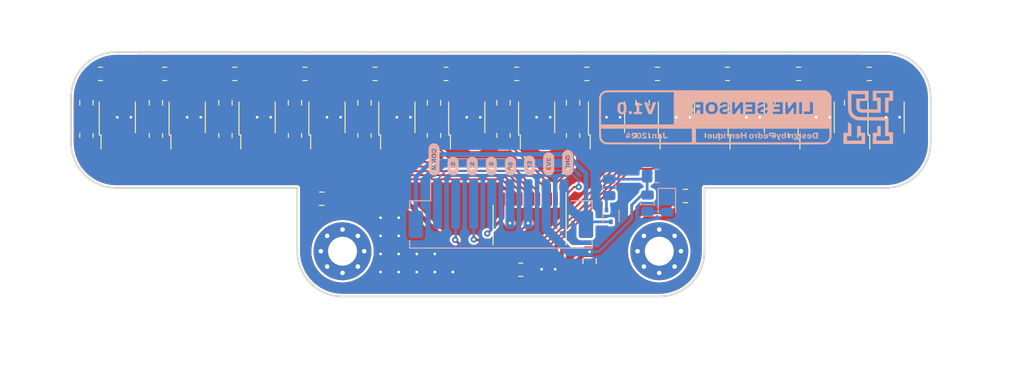
<source format=kicad_pcb>
(kicad_pcb (version 20240108) (generator "pcbnew") (generator_version "8.0")
  (layers (0 "F.Cu" signal) (31 "B.Cu" signal) (34 "B.Paste" user) (35 "F.Paste" user) (36 "B.SilkS" user "B.Silkscreen") (37 "F.SilkS" user "F.Silkscreen") (38 "B.Mask" user) (39 "F.Mask" user) (44 "Edge.Cuts" user))
  (net 0 "")
  (net 1 "+3V3")
  (net 2 "GND")
  (net 3 "/EN")
  (net 4 "/COMM")
  (net 5 "Net-(U1-A)")
  (net 6 "/S1")
  (net 7 "Net-(U101-A)")
  (net 8 "/S2")
  (net 9 "Net-(U102-A)")
  (net 10 "/S3")
  (net 11 "Net-(U103-A)")
  (net 12 "Net-(U104-A)")
  (net 13 "Net-(U105-A)")
  (net 14 "Net-(U106-A)")
  (net 15 "Net-(U107-A)")
  (net 16 "Net-(U108-A)")
  (net 17 "Net-(U109-A)")
  (net 22 "Net-(U110-A)")
  (net 23 "Net-(U111-A)")
  (net 24 "Net-(D1-A)")
  (net 25 "/S0")
  (net 26 "/I1")
  (net 27 "/I2")
  (net 28 "/I3")
  (net 29 "/I4")
  (net 30 "/I5")
  (net 31 "/I6")
  (net 32 "/I7")
  (net 33 "/I8")
  (net 34 "/I9")
  (net 35 "/I10")
  (net 36 "/I11")
  (net 37 "/I12")
  (net 38 "Earth")
  (net 39 "Net-(Q101-G)")
  (net 40 "Net-(U1-C)")
  (net 41 "Net-(U101-C)")
  (net 42 "Net-(U102-C)")
  (net 43 "Net-(U103-C)")
  (net 44 "Net-(U104-C)")
  (net 45 "Net-(U105-C)")
  (net 46 "Net-(U106-C)")
  (net 47 "Net-(U107-C)")
  (net 48 "Net-(U108-C)")
  (net 49 "Net-(U109-C)")
  (net 50 "Net-(U110-C)")
  (net 51 "Net-(U111-C)")
  (footprint "Resistor_SMD:R_0805_2012Metric" (layer "F.Cu") (at 154.5 117.25)
    (property "Reference" "R104" (hide yes))
    (property "Value" "10k")
  )
  (footprint "Resistor_SMD:R_0805_2012Metric" (layer "F.Cu") (at 160.272726 102.401 -90)
    (property "Reference" "R113" (hide yes))
    (property "Value" "220")
  )
  (footprint "Resistor_SMD:R_0805_2012Metric" (layer "F.Cu") (at 146.237 95.601)
    (property "Reference" "R116" (hide yes))
    (property "Value" "100")
  )
  (footprint "Capacitor_SMD:C_0805_2012Metric_Pad1.18x1.45mm_HandSolder" (layer "F.Cu") (at 129.545454 98.8 -90)
    (property "Reference" "C109" (hide yes))
    (property "Value" "10n")
  )
  (footprint "Resistor_SMD:R_0805_2012Metric" (layer "F.Cu") (at 122.9 95.601)
    (property "Reference" "R122" (hide yes))
    (property "Value" "100")
  )
  (footprint "Resistor_SMD:R_0805_2012Metric" (layer "F.Cu") (at 185.2 95.6)
    (property "Reference" "R106" (hide yes))
    (property "Value" "100")
  )
  (footprint "Resistor_SMD:R_0805_2012Metric" (layer "F.Cu") (at 115.15 95.601)
    (property "Reference" "R124" (hide yes))
    (property "Value" "100")
  )
  (footprint "Capacitor_SMD:C_0805_2012Metric_Pad1.18x1.45mm_HandSolder" (layer "F.Cu") (at 160.272726 98.801 -90)
    (property "Reference" "C105" (hide yes))
    (property "Value" "10n")
  )
  (footprint "Capacitor_SMD:C_0805_2012Metric_Pad1.18x1.45mm_HandSolder" (layer "F.Cu") (at 172.7 109.1)
    (property "Reference" "C3" (hide yes))
    (property "Value" "100n")
  )
  (footprint "Capacitor_SMD:C_0805_2012Metric_Pad1.18x1.45mm_HandSolder" (layer "F.Cu") (at 152.590908 98.801 -90)
    (property "Reference" "C106" (hide yes))
    (property "Value" "10n")
  )
  (footprint "Resistor_SMD:R_0805_2012Metric" (layer "F.Cu") (at 183.31818 102.401 -90)
    (property "Reference" "R107" (hide yes))
    (property "Value" "220")
  )
  (footprint "Resistor_SMD:R_0805_2012Metric" (layer "F.Cu") (at 191 102.401 -90)
    (property "Reference" "R105" (hide yes))
    (property "Value" "220")
  )
  (footprint "Resistor_SMD:R_0805_2012Metric" (layer "F.Cu") (at 154.037 95.601)
    (property "Reference" "R114" (hide yes))
    (property "Value" "100")
  )
  (footprint "MountingHole:MountingHole_3.2mm_M3_Pad_Via" (layer "F.Cu") (at 134.8 115.2)
    (property "Reference" "H1" (hide yes))
    (property "Value" "MountingHole")
  )
  (footprint "MountingHole:MountingHole_3.2mm_M3_Pad_Via" (layer "F.Cu") (at 169.8 115.2)
    (property "Reference" "H2" (hide yes))
    (property "Value" "MountingHole")
  )
  (footprint "Custom:ITR8307_S18_TR8_B" (layer "F.Cu") (at 194.863 100.4)
    (property "Reference" "U1" (hide yes))
    (property "Value" "ITR8307")
  )
  (footprint "Resistor_SMD:R_0805_2012Metric" (layer "F.Cu") (at 161.8 95.601)
    (property "Reference" "R112" (hide yes))
    (property "Value" "100")
  )
  (footprint "Custom:ITR8307_S18_TR8_B" (layer "F.Cu") (at 140.803908 100.4)
    (property "Reference" "U107" (hide yes))
    (property "Value" "ITR8307")
  )
  (footprint "Resistor_SMD:R_0805_2012Metric" (layer "F.Cu") (at 138.4 95.601)
    (property "Reference" "R118" (hide yes))
    (property "Value" "100")
  )
  (footprint "Capacitor_SMD:C_0805_2012Metric_Pad1.18x1.45mm_HandSolder" (layer "F.Cu") (at 167.954544 98.801 -90)
    (property "Reference" "C104" (hide yes))
    (property "Value" "10n")
  )
  (footprint "Resistor_SMD:R_0805_2012Metric" (layer "F.Cu") (at 137.227272 102.401 -90)
    (property "Reference" "R119" (hide yes))
    (property "Value" "220")
  )
  (footprint "Resistor_SMD:R_0805_2012Metric" (layer "F.Cu") (at 121.863636 102.401 -90)
    (property "Reference" "R123" (hide yes))
    (property "Value" "220")
  )
  (footprint "Custom:ITR8307_S18_TR8_B" (layer "F.Cu") (at 117.635727 100.4)
    (property "Reference" "U110" (hide yes))
    (property "Value" "ITR8307")
  )
  (footprint "Resistor_SMD:R_0805_2012Metric" (layer "F.Cu") (at 169.6 95.601)
    (property "Reference" "R110" (hide yes))
    (property "Value" "100")
  )
  (footprint "Resistor_SMD:R_0805_2012Metric" (layer "F.Cu") (at 108.05 95.601)
    (property "Reference" "R126" (hide yes))
    (property "Value" "100")
  )
  (footprint "Custom:ITR8307_S18_TR8_B" (layer "F.Cu") (at 148.526635 100.4)
    (property "Reference" "U106" (hide yes))
    (property "Value" "ITR8307")
  )
  (footprint "Resistor_SMD:R_0805_2012Metric" (layer "F.Cu") (at 152.590908 102.401 -90)
    (property "Reference" "R115" (hide yes))
    (property "Value" "220")
  )
  (footprint "Capacitor_SMD:C_0805_2012Metric_Pad1.18x1.45mm_HandSolder" (layer "F.Cu") (at 137.227272 98.801 -90)
    (property "Reference" "C108" (hide yes))
    (property "Value" "10n")
  )
  (footprint "Capacitor_SMD:C_0805_2012Metric_Pad1.18x1.45mm_HandSolder" (layer "F.Cu") (at 144.90909 98.801 -90)
    (property "Reference" "C107" (hide yes))
    (property "Value" "10n")
  )
  (footprint "Package_SO:TSSOP-24_4.4x7.8mm_P0.65mm" (layer "F.Cu") (at 155.473 112.304 -90)
    (property "Reference" "U11" (hide yes))
    (property "Value" "74HC4067PW")
  )
  (footprint "Custom:ITR8307_S18_TR8_B" (layer "F.Cu") (at 156.249362 100.4)
    (property "Reference" "U105" (hide yes))
    (property "Value" "ITR8307")
  )
  (footprint "Capacitor_SMD:C_0805_2012Metric_Pad1.18x1.45mm_HandSolder" (layer "F.Cu") (at 106.5 98.801 -90)
    (property "Reference" "C112" (hide yes))
    (property "Value" "10n")
  )
  (footprint "Resistor_SMD:R_0805_2012Metric" (layer "F.Cu") (at 177.337 95.601)
    (property "Reference" "R108" (hide yes))
    (property "Value" "100")
  )
  (footprint "Custom:ITR8307_S18_TR8_B" (layer "F.Cu") (at 171.694816 100.4)
    (property "Reference" "U103" (hide yes))
    (property "Value" "ITR8307")
  )
  (footprint "Resistor_SMD:R_0805_2012Metric" (layer "F.Cu") (at 175.636362 102.401 -90)
    (property "Reference" "R109" (hide yes))
    (property "Value" "220")
  )
  (footprint "Resistor_SMD:R_0805_2012Metric" (layer "F.Cu") (at 130.65 95.6)
    (property "Reference" "R120" (hide yes))
    (property "Value" "100")
  )
  (footprint "Capacitor_SMD:C_0805_2012Metric_Pad1.18x1.45mm_HandSolder" (layer "F.Cu") (at 114.181818 98.801 -90)
    (property "Reference" "C111" (hide yes))
    (property "Value" "10n")
  )
  (footprint "Custom:ITR8307_S18_TR8_B" (layer "F.Cu") (at 133.081181 100.399)
    (property "Reference" "U108" (hide yes))
    (property "Value" "ITR8307")
  )
  (footprint "Custom:ITR8307_S18_TR8_B" (layer "F.Cu") (at 109.913 100.4)
    (property "Reference" "U111" (hide yes))
    (property "Value" "ITR8307")
  )
  (footprint "Custom:ITR8307_S18_TR8_B" (layer "F.Cu") (at 163.972089 100.4)
    (property "Reference" "U104" (hide yes))
    (property "Value" "ITR8307")
  )
  (footprint "Custom:ITR8307_S18_TR8_B" (layer "F.Cu") (at 179.417543 100.4)
    (property "Reference" "U102" (hide yes))
    (property "Value" "ITR8307")
  )
  (footprint "Capacitor_SMD:C_0805_2012Metric_Pad1.18x1.45mm_HandSolder" (layer "F.Cu") (at 175.636362 98.801 -90)
    (property "Reference" "C103" (hide yes))
    (property "Value" "10n")
  )
  (footprint "Resistor_SMD:R_0805_2012Metric" (layer "F.Cu") (at 114.181818 102.401 -90)
    (property "Reference" "R125" (hide yes))
    (property "Value" "220")
  )
  (footprint "Capacitor_SMD:C_0805_2012Metric_Pad1.18x1.45mm_HandSolder" (layer "F.Cu") (at 121.863636 98.801 -90)
    (property "Reference" "C110" (hide yes))
    (property "Value" "10n")
  )
  (footprint "Custom:ITR8307_S18_TR8_B" (layer "F.Cu") (at 125.358454 100.4)
    (property "Reference" "U109" (hide yes))
    (property "Value" "ITR8307")
  )
  (footprint "Resistor_SMD:R_0805_2012Metric" (layer "F.Cu") (at 167.954544 102.401 -90)
    (property "Reference" "R111" (hide yes))
    (property "Value" "220")
  )
  (footprint "Capacitor_SMD:C_0805_2012Metric_Pad1.18x1.45mm_HandSolder" (layer "F.Cu") (at 132.5125 109.4 180)
    (property "Reference" "C2" (hide yes))
    (property "Value" "100n")
  )
  (footprint "Custom:ITR8307_S18_TR8_B" (layer "F.Cu") (at 187.14027 100.4)
    (property "Reference" "U101" (hide yes))
    (property "Value" "ITR8307")
  )
  (footprint "Resistor_SMD:R_0805_2012Metric" (layer "F.Cu") (at 193 95.601)
    (property "Reference" "R102" (hide yes))
    (property "Value" "100")
  )
  (footprint "Capacitor_SMD:C_0805_2012Metric_Pad1.18x1.45mm_HandSolder" (layer "F.Cu") (at 162.1 116.3 -90)
    (property "Reference" "C1" (hide yes))
    (property "Value" "100n")
  )
  (footprint "Capacitor_SMD:C_0805_2012Metric_Pad1.18x1.45mm_HandSolder" (layer "F.Cu") (at 191 98.801 -90)
    (property "Reference" "C101" (hide yes))
    (property "Value" "10n")
  )
  (footprint "Resistor_SMD:R_0805_2012Metric" (layer "F.Cu") (at 144.90909 102.401 -90)
    (property "Reference" "R117" (hide yes))
    (property "Value" "220")
  )
  (footprint "Capacitor_SMD:C_0805_2012Metric_Pad1.18x1.45mm_HandSolder" (layer "F.Cu") (at 183.31818 98.801 -90)
    (property "Reference" "C102" (hide yes))
    (property "Value" "10n")
  )
  (footprint "Resistor_SMD:R_0805_2012Metric" (layer "F.Cu") (at 129.545454 102.4 -90)
    (property "Reference" "R121" (hide yes))
    (property "Value" "220")
  )
  (footprint "Resistor_SMD:R_0805_2012Metric" (layer "F.Cu") (at 106.5 102.401 -90)
    (property "Reference" "R127" (hide yes))
    (property "Value" "220")
  )
  (footprint "LED_SMD:LED_0805_2012Metric" (layer "B.Cu") (at 170.6435 109.94 -90)
    (property "Reference" "D1" (hide yes))
    (property "Value" "LED")
  )
  (footprint "Resistor_SMD:R_0805_2012Metric" (layer "B.Cu") (at 168.5 109.9 -90)
    (property "Reference" "R103" (hide yes))
    (property "Value" "10k")
  )
  (footprint "LOGO" (layer "B.Cu") (at 179.417543 100.4 180)
    (property "Reference" "G***" (hide yes))
    (property "Value" "LOGO" (hide yes))
  )
  (footprint "Capacitor_SMD:C_0805_2012Metric_Pad1.18x1.45mm_HandSolder" (layer "B.Cu") (at 169.5005 106.892)
    (property "Reference" "C4" (hide yes))
    (property "Value" "100n")
  )
  (footprint "LOGO" (layer "B.Cu") (at 152.3 105.05 -90)
    (property "Reference" "G***" (hide yes))
    (property "Value" "LOGO" (hide yes))
  )
  (footprint "Connector_JST:JST_PH_B8B-PH-SM4-TB_1x08-1MP_P2.00mm_Vertical" (layer "B.Cu") (at 152.3 110.491)
    (property "Reference" "J1" (hide yes))
    (property "Value" "Conn_01x06_Socket")
  )
  (footprint "Package_TO_SOT_SMD:SOT-523" (layer "B.Cu") (at 164.463 111.304 -90)
    (property "Reference" "Q101" (hide yes))
    (property "Value" "DMG1012T")
  )
  (footprint "Resistor_SMD:R_0805_2012Metric" (layer "B.Cu") (at 164.263 108.149 -90)
    (property "Reference" "R101" (hide yes))
    (property "Value" "1k")
  )
  (gr_arc (start 174.8 115.2) (mid 173.335534 118.735534) (end 169.8 120.2) (stroke (width 0.2)) (layer "Edge.Cuts"))
  (gr_line (start 199.8 98.2) (end 199.8 103.2) (stroke (width 0.2)) (layer "Edge.Cuts"))
  (gr_arc (start 104.8 98.2) (mid 106.264466 94.664466) (end 109.8 93.2) (stroke (width 0.2)) (layer "Edge.Cuts"))
  (gr_line (start 194.8 108.2) (end 174.8 108.2) (stroke (width 0.2)) (layer "Edge.Cuts"))
  (gr_line (start 104.8 98.2) (end 104.8 103.2) (stroke (width 0.2)) (layer "Edge.Cuts"))
  (gr_line (start 109.8 108.2) (end 129.8 108.2) (stroke (width 0.2)) (layer "Edge.Cuts"))
  (gr_line (start 129.8 115.2) (end 129.8 108.2) (stroke (width 0.2)) (layer "Edge.Cuts"))
  (gr_line (start 174.8 108.2) (end 174.8 115.2) (stroke (width 0.2)) (layer "Edge.Cuts"))
  (gr_line (start 169.8 120.2) (end 134.8 120.2) (stroke (width 0.2)) (layer "Edge.Cuts"))
  (gr_arc (start 109.8 108.2) (mid 106.264466 106.735534) (end 104.8 103.2) (stroke (width 0.2)) (layer "Edge.Cuts"))
  (gr_arc (start 199.8 103.2) (mid 198.335534 106.735534) (end 194.8 108.2) (stroke (width 0.2)) (layer "Edge.Cuts"))
  (gr_arc (start 194.8 93.2) (mid 198.335534 94.664466) (end 199.8 98.2) (stroke (width 0.2)) (layer "Edge.Cuts"))
  (gr_arc (start 134.8 120.2) (mid 131.264466 118.735534) (end 129.8 115.2) (stroke (width 0.2)) (layer "Edge.Cuts"))
  (gr_line (start 109.8 93.2) (end 194.8 93.2) (stroke (width 0.2)) (layer "Edge.Cuts"))
  (segment (start 138.1 94) (end 131 94) (width 1) (layer "F.Cu") (net 1))
  (segment (start 176.4245 94.409182) (end 176.8 94.033682) (width 0.5) (layer "F.Cu") (net 1))
  (segment (start 121.9875 97.639636) (end 121.863636 97.7635) (width 0.5) (layer "F.Cu") (net 1))
  (segment (start 176.4245 96.975362) (end 175.636362 97.7635) (width 0.5) (layer "F.Cu") (net 1))
  (segment (start 160.8875 95.601) (end 160.8875 97.148726) (width 0.5) (layer "F.Cu") (net 1))
  (segment (start 144.90909 97.7635) (end 144.90909 96.01641) (width 0.5) (layer "F.Cu") (net 1))
  (segment (start 153.1245 94.459182) (end 153.55 94.033682) (width 0.5) (layer "F.Cu") (net 1))
  (segment (start 191.9 94.033682) (end 191.866318 94) (width 1) (layer "F.Cu") (net 1))
  (segment (start 170.1625 110.6) (end 171.6625 109.1) (width 1) (layer "F.Cu") (net 1))
  (segment (start 144.90909 96.01641) (end 145.3245 95.601) (width 0.5) (layer "F.Cu") (net 1))
  (segment (start 114.181818 95.656682) (end 114.2375 95.601) (width 0.5) (layer "F.Cu") (net 1))
  (segment (start 184.2875 94.096182) (end 184.35 94.033682) (width 0.5) (layer "F.Cu") (net 1))
  (segment (start 176.4245 95.601) (end 176.4245 96.975362) (width 0.5) (layer "F.Cu") (net 1))
  (segment (start 145.3245 95.601) (end 145.3245 94.4755) (width 0.5) (layer "F.Cu") (net 1))
  (segment (start 183.31818 97.7635) (end 183.31818 96.56932) (width 0.5) (layer "F.Cu") (net 1))
  (segment (start 160.8875 94.346182) (end 161.2 94.033682) (width 0.5) (layer "F.Cu") (net 1))
  (segment (start 176.8 94.033682) (end 176.766318 94) (width 1) (layer "F.Cu") (net 1))
  (segment (start 129.545454 97.7625) (end 129.545454 95.792046) (width 0.5) (layer "F.Cu") (net 1))
  (segment (start 184.383682 94) (end 184.35 94.033682) (width 1) (layer "F.Cu") (net 1))
  (segment (start 171.6625 109.1) (end 171.6625 108.1375) (width 1) (layer "F.Cu") (net 1))
  (segment (start 153.516318 94) (end 145.8 94) (width 1) (layer "F.Cu") (net 1))
  (segment (start 106.5 96.2385) (end 107.1375 95.601) (width 0.5) (layer "F.Cu") (net 1))
  (segment (start 176.833682 94) (end 176.8 94.033682) (width 1) (layer "F.Cu") (net 1))
  (segment (start 168.6875 94.246182) (end 168.9 94.033682) (width 0.5) (layer "F.Cu") (net 1))
  (segment (start 184.2875 95.6) (end 184.2875 94.096182) (width 0.5) (layer "F.Cu") (net 1))
  (segment (start 161.2 94.033682) (end 161.166318 94) (width 1) (layer "F.Cu") (net 1))
  (segment (start 168.6875 97.030544) (end 167.954544 97.7635) (width 0.5) (layer "F.Cu") (net 1))
  (segment (start 121.9875 94.7625) (end 122.75 94) (width 0.5) (layer "F.Cu") (net 1))
  (segment (start 129.7375 95.6) (end 129.7375 95.2625) (width 0.5) (layer "F.Cu") (net 1))
  (segment (start 161.233682 94) (end 161.2 94.033682) (width 1) (layer "F.Cu") (net 1))
  (segment (start 195.974071 107.225929) (end 198.8 104.4) (width 1) (layer "F.Cu") (net 1))
  (segment (start 106.5 97.7635) (end 106.5 96.2385) (width 0.5) (layer "F.Cu") (net 1))
  (segment (start 107.1375 95.601) (end 108.7385 94) (width 0.5) (layer "F.Cu") (net 1))
  (segment (start 108.7385 94) (end 114 94) (width 0.5) (layer "F.Cu") (net 1))
  (segment (start 131 94) (end 122.75 94) (width 1) (layer "F.Cu") (net 1))
  (segment (start 158.35 118.65) (end 161.7375 115.2625) (width 0.5) (layer "F.Cu") (net 1))
  (segment (start 162.004 115.1665) (end 162.1 115.2625) (width 0.2) (layer "F.Cu") (net 1))
  (segment (start 133.55 109.4) (end 141.568629 109.4) (width 0.5) (layer "F.Cu") (net 1))
  (segment (start 184.35 94.033682) (end 184.316318 94) (width 1) (layer "F.Cu") (net 1))
  (segment (start 160.8875 97.148726) (end 160.272726 97.7635) (width 0.5) (layer "F.Cu") (net 1))
  (segment (start 161.166318 94) (end 153.583682 94) (width 1) (layer "F.Cu") (net 1))
  (segment (start 168.6875 95.601) (end 168.6875 94.246182) (width 0.5) (layer "F.Cu") (net 1))
  (segment (start 192.0875 94.221182) (end 191.9 94.033682) (width 0.5) (layer "F.Cu") (net 1))
  (segment (start 171.6625 108.1375) (end 172.574071 107.225929) (width 1) (layer "F.Cu") (net 1))
  (segment (start 129.7375 95.2625) (end 131 94) (width 0.5) (layer "F.Cu") (net 1))
  (segment (start 137.4875 95.601) (end 137.4875 94.6125) (width 0.5) (layer "F.Cu") (net 1))
  (segment (start 195.283682 94.033682) (end 191.9 94.033682) (width 1) (layer "F.Cu") (net 1))
  (segment (start 172.574071 107.225929) (end 195.974071 107.225929) (width 1) (layer "F.Cu") (net 1))
  (segment (start 176.4245 95.601) (end 176.4245 94.409182) (width 0.5) (layer "F.Cu") (net 1))
  (segment (start 141.568629 109.4) (end 150.818629 118.65) (width 0.5) (layer "F.Cu") (net 1))
  (segment (start 114.2375 94.4625) (end 114.7 94) (width 0.5) (layer "F.Cu") (net 1))
  (segment (start 145.8 94) (end 138.1 94) (width 1) (layer "F.Cu") (net 1))
  (segment (start 162.2405 115.2) (end 163.2 115.2) (width 1) (layer "F.Cu") (net 1))
  (segment (start 168.9 94.033682) (end 168.866318 94) (width 1) (layer "F.Cu") (net 1))
  (segment (start 121.9875 95.601) (end 121.9875 94.7625) (width 0.5) (layer "F.Cu") (net 1))
  (segment (start 167.8 110.6) (end 170.1625 110.6) (width 1) (layer "F.Cu") (net 1))
  (segment (start 191.866318 94) (end 184.383682 94) (width 1) (layer "F.Cu") (net 1))
  (segment (start 184.316318 94) (end 176.833682 94) (width 1) (layer "F.Cu") (net 1))
  (segment (start 114 94) (end 112.2 94) (width 1) (layer "F.Cu") (net 1))
  (segment (start 121.9875 95.601) (end 121.9875 97.639636) (width 0.5) (layer "F.Cu") (net 1))
  (segment (start 159.048 115.1665) (end 162.004 115.1665) (width 0.2) (layer "F.Cu") (net 1))
  (segment (start 168.866318 94) (end 161.233682 94) (width 1) (layer "F.Cu") (net 1))
  (segment (start 137.227272 97.7635) (end 137.227272 95.861228) (width 0.5) (layer "F.Cu") (net 1))
  (segment (start 198.8 104.4) (end 198.8 97.55) (width 1) (layer "F.Cu") (net 1))
  (segment (start 168.6875 95.601) (end 168.6875 97.030544) (width 0.5) (layer "F.Cu") (net 1))
  (segment (start 163.2 115.2) (end 167.8 110.6) (width 1) (layer "F.Cu") (net 1))
  (segment (start 153.1245 97.229908) (end 152.590908 97.7635) (width 0.5) (layer "F.Cu") (net 1))
  (segment (start 176.766318 94) (end 168.933682 94) (width 1) (layer "F.Cu") (net 1))
  (segment (start 168.933682 94) (end 168.9 94.033682) (width 1) (layer "F.Cu") (net 1))
  (segment (start 114.181818 97.7635) (end 114.181818 95.656682) (width 0.5) (layer "F.Cu") (net 1))
  (segment (start 153.1245 95.601) (end 153.1245 97.229908) (width 0.5) (layer "F.Cu") (net 1))
  (segment (start 191 96.6885) (end 192.0875 95.601) (width 0.5) (layer "F.Cu") (net 1))
  (segment (start 192.0875 95.8) (end 192.0875 94.221182) (width 0.5) (layer "F.Cu") (net 1))
  (segment (start 198.8 97.55) (end 195.283682 94.033682) (width 1) (layer "F.Cu") (net 1))
  (segment (start 137.227272 95.861228) (end 137.4875 95.601) (width 0.5) (layer "F.Cu") (net 1))
  (segment (start 114.7 94) (end 114 94) (width 1) (layer "F.Cu") (net 1))
  (segment (start 183.31818 96.56932) (end 184.2875 95.6) (width 0.5) (layer "F.Cu") (net 1))
  (segment (start 122.75 94) (end 114.7 94) (width 1) (layer "F.Cu") (net 1))
  (segment (start 153.1245 95.601) (end 153.1245 94.459182) (width 0.5) (layer "F.Cu") (net 1))
  (segment (start 150.818629 118.65) (end 158.35 118.65) (width 0.5) (layer "F.Cu") (net 1))
  (segment (start 129.545454 95.792046) (end 129.7375 95.6) (width 0.5) (layer "F.Cu") (net 1))
  (segment (start 162.2225 115.182) (end 162.2405 115.2) (width 1) (layer "F.Cu") (net 1))
  (segment (start 137.4875 94.6125) (end 138.1 94) (width 0.5) (layer "F.Cu") (net 1))
  (segment (start 161.7375 115.2625) (end 162.1 115.2625) (width 0.5) (layer "F.Cu") (net 1))
  (segment (start 145.3245 94.4755) (end 145.8 94) (width 0.5) (layer "F.Cu") (net 1))
  (segment (start 192.1505 94.284182) (end 191.9 94.033682) (width 0.5) (layer "F.Cu") (net 1))
  (segment (start 191 97.7635) (end 191 96.6885) (width 0.5) (layer "F.Cu") (net 1))
  (segment (start 114.2375 95.601) (end 114.2375 94.4625) (width 0.5) (layer "F.Cu") (net 1))
  (segment (start 160.8875 95.601) (end 160.8875 94.346182) (width 0.5) (layer "F.Cu") (net 1))
  (via (at 162.1 115.2625) (size 0.7) (drill 0.3) (layers "F.Cu" "B.Cu") (net 1))
  (segment (start 166.75 110.1) (end 166.75 111.65) (width 0.3) (layer "B.Cu") (net 1))
  (segment (start 168.463 106.892) (end 168.463 108.9505) (width 0.3) (layer "B.Cu") (net 1))
  (segment (start 163.1375 115.2625) (end 162.1 115.2625) (width 0.3) (layer "B.Cu") (net 1))
  (segment (start 164.263 107.2365) (end 168.1185 107.2365) (width 0.3) (layer "B.Cu") (net 1))
  (segment (start 168.463 108.9505) (end 168.5 108.9875) (width 0.3) (layer "B.Cu") (net 1))
  (segment (start 166.75 111.65) (end 163.1375 115.2625) (width 0.3) (layer "B.Cu") (net 1))
  (segment (start 157.3 112.741) (end 159.8215 115.2625) (width 1) (layer "B.Cu") (net 1))
  (segment (start 168.1185 107.2365) (end 168.463 106.892) (width 0.3) (layer "B.Cu") (net 1))
  (segment (start 159.8215 115.2625) (end 162.1 115.2625) (width 1) (layer "B.Cu") (net 1))
  (segment (start 168.5 108.9875) (end 167.8625 108.9875) (width 0.3) (layer "B.Cu") (net 1))
  (segment (start 157.3 109.991) (end 157.3 112.741) (width 1) (layer "B.Cu") (net 1))
  (segment (start 167.8625 108.9875) (end 166.75 110.1) (width 0.3) (layer "B.Cu") (net 1))
  (via (at 141 111.5) (size 0.7) (drill 0.3) (layers "F.Cu" "B.Cu") (net 2))
  (via (at 188.64027 100.4) (size 0.7) (drill 0.3) (layers "F.Cu" "B.Cu") (net 2))
  (via (at 147 117.5) (size 0.7) (drill 0.3) (layers "F.Cu" "B.Cu") (net 2))
  (via (at 158.3 117.2) (size 0.7) (drill 0.3) (layers "F.Cu" "B.Cu") (net 2))
  (via (at 119.135727 100.4) (size 0.7) (drill 0.3) (layers "F.Cu" "B.Cu") (net 2))
  (via (at 180.917543 100.4) (size 0.7) (drill 0.3) (layers "F.Cu" "B.Cu") (net 2))
  (via (at 187.14027 100.4) (size 0.7) (drill 0.3) (layers "F.Cu" "B.Cu") (net 2))
  (via (at 143 117.5) (size 0.7) (drill 0.3) (layers "F.Cu" "B.Cu") (net 2))
  (via (at 139 117.5) (size 0.7) (drill 0.3) (layers "F.Cu" "B.Cu") (net 2))
  (via (at 126.858454 100.4) (size 0.7) (drill 0.3) (layers "F.Cu" "B.Cu") (net 2))
  (via (at 109.913 100.4) (size 0.7) (drill 0.3) (layers "F.Cu" "B.Cu") (net 2))
  (via (at 141 115.5) (size 0.7) (drill 0.3) (layers "F.Cu" "B.Cu") (net 2))
  (via (at 171.694816 100.4) (size 0.7) (drill 0.3) (layers "F.Cu" "B.Cu") (net 2))
  (via (at 196.363 100.4) (size 0.7) (drill 0.3) (layers "F.Cu" "B.Cu") (net 2))
  (via (at 143 115.5) (size 0.7) (drill 0.3) (layers "F.Cu" "B.Cu") (net 2))
  (via (at 165.472089 100.4) (size 0.7) (drill 0.3) (layers "F.Cu" "B.Cu") (net 2))
  (via (at 139 111.5) (size 0.7) (drill 0.3) (layers "F.Cu" "B.Cu") (net 2))
  (via (at 179.417543 100.4) (size 0.7) (drill 0.3) (layers "F.Cu" "B.Cu") (net 2))
  (via (at 145 115.5) (size 0.7) (drill 0.3) (layers "F.Cu" "B.Cu") (net 2))
  (via (at 139 113.5) (size 0.7) (drill 0.3) (layers "F.Cu" "B.Cu") (net 2))
  (via (at 139 115.5) (size 0.7) (drill 0.3) (layers "F.Cu" "B.Cu") (net 2))
  (via (at 117.635727 100.4) (size 0.7) (drill 0.3) (layers "F.Cu" "B.Cu") (net 2))
  (via (at 150.026635 100.4) (size 0.7) (drill 0.3) (layers "F.Cu" "B.Cu") (net 2))
  (via (at 157.749362 100.4) (size 0.7) (drill 0.3) (layers "F.Cu" "B.Cu") (net 2))
  (via (at 111.413 100.4) (size 0.7) (drill 0.3) (layers "F.Cu" "B.Cu") (net 2))
  (via (at 141 117.5) (size 0.7) (drill 0.3) (layers "F.Cu" "B.Cu") (net 2))
  (via (at 141 113.5) (size 0.7) (drill 0.3) (layers "F.Cu" "B.Cu") (net 2))
  (via (at 134.581181 100.399) (size 0.7) (drill 0.3) (layers "F.Cu" "B.Cu") (net 2))
  (via (at 125.358454 100.4) (size 0.7) (drill 0.3) (layers "F.Cu" "B.Cu") (net 2))
  (via (at 156.8 117.2) (size 0.7) (drill 0.3) (layers "F.Cu" "B.Cu") (net 2))
  (via (at 142.303908 100.4) (size 0.7) (drill 0.3) (layers "F.Cu" "B.Cu") (net 2))
  (via (at 173.194816 100.4) (size 0.7) (drill 0.3) (layers "F.Cu" "B.Cu") (net 2))
  (via (at 156.249362 100.4) (size 0.7) (drill 0.3) (layers "F.Cu" "B.Cu") (net 2))
  (via (at 194.863 100.4) (size 0.7) (drill 0.3) (layers "F.Cu" "B.Cu") (net 2))
  (via (at 148.526635 100.4) (size 0.7) (drill 0.3) (layers "F.Cu" "B.Cu") (net 2))
  (via (at 133.081181 100.399) (size 0.7) (drill 0.3) (layers "F.Cu" "B.Cu") (net 2))
  (via (at 163.972089 100.4) (size 0.7) (drill 0.3) (layers "F.Cu" "B.Cu") (net 2))
  (via (at 145 117.5) (size 0.7) (drill 0.3) (layers "F.Cu" "B.Cu") (net 2))
  (via (at 140.803908 100.4) (size 0.7) (drill 0.3) (layers "F.Cu" "B.Cu") (net 2))
  (segment (start 153.198 114.202) (end 153.198 115.1665) (width 0.2) (layer "F.Cu") (net 3))
  (segment (start 155.3 112.1) (end 153.198 114.202) (width 0.2) (layer "F.Cu") (net 3))
  (segment (start 153.198 115.1665) (end 153.198 116.8605) (width 0.2) (layer "F.Cu") (net 3))
  (segment (start 153.198 116.8605) (end 153.5875 117.25) (width 0.2) (layer "F.Cu") (net 3))
  (via (at 155.3 112.1) (size 0.7) (drill 0.3) (layers "F.Cu" "B.Cu") (net 3))
  (segment (start 160.3895 108.1) (end 159.048 109.4415) (width 0.2) (layer "F.Cu") (net 4))
  (segment (start 160.9 108.1) (end 160.3895 108.1) (width 0.2) (layer "F.Cu") (net 4))
  (via (at 160.9 108.1) (size 0.7) (drill 0.3) (layers "F.Cu" "B.Cu") (net 4))
  (segment (start 159.8 106.3) (end 160.9 107.4) (width 0.2) (layer "B.Cu") (net 4))
  (segment (start 145.3 109.991) (end 145.3 107.241) (width 0.2) (layer "B.Cu") (net 4))
  (segment (start 160.9 107.4) (end 160.9 108.1) (width 0.2) (layer "B.Cu") (net 4))
  (segment (start 146.241 106.3) (end 159.8 106.3) (width 0.2) (layer "B.Cu") (net 4))
  (segment (start 145.3 107.241) (end 146.241 106.3) (width 0.2) (layer "B.Cu") (net 4))
  (segment (start 193.963 95.8505) (end 193.9125 95.8) (width 0.5) (layer "F.Cu") (net 5))
  (segment (start 193.963 96.1615) (end 193.9755 96.149) (width 0.5) (layer "F.Cu") (net 5))
  (segment (start 193.963 97.6) (end 193.963 95.6515) (width 0.5) (layer "F.Cu") (net 5))
  (segment (start 150.8 113.25) (end 152.548 111.502) (width 0.3) (layer "F.Cu") (net 6))
  (segment (start 152.548 111.502) (end 152.548 109.4415) (width 0.3) (layer "F.Cu") (net 6))
  (via (at 150.8 113.25) (size 0.7) (drill 0.3) (layers "F.Cu" "B.Cu") (net 6))
  (segment (start 150.8 113.25) (end 151.3 112.75) (width 0.3) (layer "B.Cu") (net 6))
  (segment (start 151.3 112.75) (end 151.3 109.991) (width 0.3) (layer "B.Cu") (net 6))
  (segment (start 186.24027 97.6) (end 186.24027 95.72777) (width 0.5) (layer "F.Cu") (net 7))
  (segment (start 186.24027 95.72777) (end 186.1125 95.6) (width 0.5) (layer "F.Cu") (net 7))
  (segment (start 149.3 113.9) (end 149.35 113.95) (width 0.3) (layer "F.Cu") (net 8))
  (segment (start 152.548 114.439832) (end 152.548 115.1665) (width 0.3) (layer "F.Cu") (net 8))
  (segment (start 149.35 113.95) (end 152.058168 113.95) (width 0.3) (layer "F.Cu") (net 8))
  (segment (start 152.058168 113.95) (end 152.548 114.439832) (width 0.3) (layer "F.Cu") (net 8))
  (via (at 149.3 113.9) (size 0.7) (drill 0.3) (layers "F.Cu" "B.Cu") (net 8))
  (segment (start 149.3 113.9) (end 149.3 109.991) (width 0.3) (layer "B.Cu") (net 8))
  (segment (start 178.517543 97.6) (end 178.517543 95.869043) (width 0.5) (layer "F.Cu") (net 9))
  (segment (start 178.517543 95.869043) (end 178.2495 95.601) (width 0.5) (layer "F.Cu") (net 9))
  (segment (start 148.4665 115.1665) (end 151.898 115.1665) (width 0.3) (layer "F.Cu") (net 10))
  (segment (start 147.25 113.95) (end 148.4665 115.1665) (width 0.3) (layer "F.Cu") (net 10))
  (via (at 147.25 113.95) (size 0.7) (drill 0.3) (layers "F.Cu" "B.Cu") (net 10))
  (segment (start 147.3 113.9) (end 147.25 113.95) (width 0.3) (layer "B.Cu") (net 10))
  (segment (start 147.3 109.991) (end 147.3 113.9) (width 0.3) (layer "B.Cu") (net 10))
  (segment (start 170.794816 95.883316) (end 170.5125 95.601) (width 0.5) (layer "F.Cu") (net 11))
  (segment (start 170.794816 97.6) (end 170.794816 95.883316) (width 0.5) (layer "F.Cu") (net 11))
  (segment (start 163.072089 95.960589) (end 162.7125 95.601) (width 0.5) (layer "F.Cu") (net 12))
  (segment (start 163.072089 97.6) (end 163.072089 95.960589) (width 0.5) (layer "F.Cu") (net 12))
  (segment (start 155.349362 96.000862) (end 154.9495 95.601) (width 0.5) (layer "F.Cu") (net 13))
  (segment (start 155.349362 97.6) (end 155.349362 96.000862) (width 0.5) (layer "F.Cu") (net 13))
  (segment (start 147.626635 96.078135) (end 147.1495 95.601) (width 0.5) (layer "F.Cu") (net 14))
  (segment (start 147.626635 97.6) (end 147.626635 96.078135) (width 0.5) (layer "F.Cu") (net 14))
  (segment (start 139.903908 96.192408) (end 139.3125 95.601) (width 0.5) (layer "F.Cu") (net 15))
  (segment (start 139.903908 97.6) (end 139.903908 96.192408) (width 0.5) (layer "F.Cu") (net 15))
  (segment (start 132.181181 97.599) (end 132.181181 96.218681) (width 0.5) (layer "F.Cu") (net 16))
  (segment (start 132.181181 96.218681) (end 131.5625 95.6) (width 0.5) (layer "F.Cu") (net 16))
  (segment (start 124.458454 97.6) (end 124.458454 96.246954) (width 0.5) (layer "F.Cu") (net 17))
  (segment (start 124.458454 96.246954) (end 123.8125 95.601) (width 0.5) (layer "F.Cu") (net 17))
  (segment (start 116.735727 96.274227) (end 116.0625 95.601) (width 0.5) (layer "F.Cu") (net 22))
  (segment (start 116.735727 97.6) (end 116.735727 96.274227) (width 0.5) (layer "F.Cu") (net 22))
  (segment (start 109.013 95.6515) (end 108.9625 95.601) (width 0.5) (layer "F.Cu") (net 23))
  (segment (start 109.013 97.6) (end 109.013 95.6515) (width 0.5) (layer "F.Cu") (net 23))
  (segment (start 170.5785 110.8125) (end 170.6435 110.8775) (width 0.3) (layer "B.Cu") (net 24))
  (segment (start 168.5 110.8125) (end 170.5785 110.8125) (width 0.3) (layer "B.Cu") (net 24))
  (segment (start 153.3 112.1) (end 153.198 111.998) (width 0.2) (layer "F.Cu") (net 25))
  (segment (start 153.198 111.998) (end 153.198 109.4415) (width 0.2) (layer "F.Cu") (net 25))
  (via (at 153.3 112.1) (size 0.7) (drill 0.3) (layers "F.Cu" "B.Cu") (net 25))
  (segment (start 166.727001 106.1) (end 190.4 106.1) (width 0.2) (layer "F.Cu") (net 26))
  (segment (start 158.398 115.1665) (end 158.398 114.429001) (width 0.2) (layer "F.Cu") (net 26))
  (segment (start 190.4 106.1) (end 191 105.5) (width 0.2) (layer "F.Cu") (net 26))
  (segment (start 158.398 114.429001) (end 166.727001 106.1) (width 0.2) (layer "F.Cu") (net 26))
  (segment (start 191 105.5) (end 191 103.3135) (width 0.2) (layer "F.Cu") (net 26))
  (segment (start 183.31818 105.03182) (end 183.31818 103.3135) (width 0.2) (layer "F.Cu") (net 27))
  (segment (start 182.8 105.55) (end 183.31818 105.03182) (width 0.2) (layer "F.Cu") (net 27))
  (segment (start 182.8 105.7) (end 182.8 105.55) (width 0.2) (layer "F.Cu") (net 27))
  (segment (start 157.748 115.1665) (end 157.748 114.510544) (width 0.2) (layer "F.Cu") (net 27))
  (segment (start 157.748 114.510544) (end 166.558544 105.7) (width 0.2) (layer "F.Cu") (net 27))
  (segment (start 166.558544 105.7) (end 182.8 105.7) (width 0.2) (layer "F.Cu") (net 27))
  (segment (start 157.098 115.1665) (end 157.098 114.510544) (width 0.2) (layer "F.Cu") (net 28))
  (segment (start 173.699862 105.25) (end 175.636362 103.3135) (width 0.2) (layer "F.Cu") (net 28))
  (segment (start 166.358544 105.25) (end 173.699862 105.25) (width 0.2) (layer "F.Cu") (net 28))
  (segment (start 157.098 114.510544) (end 166.358544 105.25) (width 0.2) (layer "F.Cu") (net 28))
  (segment (start 156.448 115.1665) (end 156.448 114.429001) (width 0.2) (layer "F.Cu") (net 29))
  (segment (start 166.027001 104.85) (end 167.05 104.85) (width 0.2) (layer "F.Cu") (net 29))
  (segment (start 167.05 104.85) (end 167.954544 103.945456) (width 0.2) (layer "F.Cu") (net 29))
  (segment (start 156.448 114.429001) (end 166.027001 104.85) (width 0.2) (layer "F.Cu") (net 29))
  (segment (start 167.954544 103.945456) (end 167.954544 103.3135) (width 0.2) (layer "F.Cu") (net 29))
  (segment (start 158.398 109.4415) (end 158.398 107.702) (width 0.2) (layer "F.Cu") (net 30))
  (segment (start 160.272726 105.827274) (end 160.272726 103.3135) (width 0.2) (layer "F.Cu") (net 30))
  (segment (start 158.398 107.702) (end 160.272726 105.827274) (width 0.2) (layer "F.Cu") (net 30))
  (segment (start 153.1635 103.3135) (end 152.590908 103.3135) (width 0.2) (layer "F.Cu") (net 31))
  (segment (start 157.748 107.898) (end 153.1635 103.3135) (width 0.2) (layer "F.Cu") (net 31))
  (segment (start 157.748 109.4415) (end 157.748 107.898) (width 0.2) (layer "F.Cu") (net 31))
  (segment (start 157.098 109.4415) (end 157.098 108.098) (width 0.2) (layer "F.Cu") (net 32))
  (segment (start 146.44559 104.85) (end 144.90909 103.3135) (width 0.2) (layer "F.Cu") (net 32))
  (segment (start 153.85 104.85) (end 146.44559 104.85) (width 0.2) (layer "F.Cu") (net 32))
  (segment (start 157.098 108.098) (end 153.85 104.85) (width 0.2) (layer "F.Cu") (net 32))
  (segment (start 153.093999 105.35) (end 139.263772 105.35) (width 0.2) (layer "F.Cu") (net 33))
  (segment (start 156.448 108.704001) (end 153.093999 105.35) (width 0.2) (layer "F.Cu") (net 33))
  (segment (start 139.263772 105.35) (end 137.227272 103.3135) (width 0.2) (layer "F.Cu") (net 33))
  (segment (start 156.448 109.4415) (end 156.448 108.704001) (width 0.2) (layer "F.Cu") (net 33))
  (segment (start 155.798 108.704001) (end 152.943999 105.85) (width 0.2) (layer "F.Cu") (net 34))
  (segment (start 132.082954 105.85) (end 129.545454 103.3125) (width 0.2) (layer "F.Cu") (net 34))
  (segment (start 152.943999 105.85) (end 132.082954 105.85) (width 0.2) (layer "F.Cu") (net 34))
  (segment (start 155.798 109.4415) (end 155.798 108.704001) (width 0.2) (layer "F.Cu") (net 34))
  (segment (start 155.148 108.704001) (end 152.793999 106.35) (width 0.2) (layer "F.Cu") (net 35))
  (segment (start 152.793999 106.35) (end 124.900136 106.35) (width 0.2) (layer "F.Cu") (net 35))
  (segment (start 124.900136 106.35) (end 121.863636 103.3135) (width 0.2) (layer "F.Cu") (net 35))
  (segment (start 155.148 109.4415) (end 155.148 108.704001) (width 0.2) (layer "F.Cu") (net 35))
  (segment (start 117.668318 106.8) (end 114.181818 103.3135) (width 0.2) (layer "F.Cu") (net 36))
  (segment (start 152.593999 106.8) (end 117.668318 106.8) (width 0.2) (layer "F.Cu") (net 36))
  (segment (start 154.498 109.4415) (end 154.498 108.704001) (width 0.2) (layer "F.Cu") (net 36))
  (segment (start 154.498 108.704001) (end 152.593999 106.8) (width 0.2) (layer "F.Cu") (net 36))
  (segment (start 153.848 108.704001) (end 152.393999 107.25) (width 0.2) (layer "F.Cu") (net 37))
  (segment (start 110.4365 107.25) (end 106.5 103.3135) (width 0.2) (layer "F.Cu") (net 37))
  (segment (start 153.848 109.4415) (end 153.848 108.704001) (width 0.2) (layer "F.Cu") (net 37))
  (segment (start 152.393999 107.25) (end 110.4365 107.25) (width 0.2) (layer "F.Cu") (net 37))
  (segment (start 142.9 107) (end 145.4 104.5) (width 0.5) (layer "B.Cu") (net 38))
  (segment (start 142.9 112.241) (end 142.9 107) (width 0.5) (layer "B.Cu") (net 38))
  (segment (start 145.4 104.5) (end 159.6 104.5) (width 0.5) (layer "B.Cu") (net 38))
  (segment (start 164.463 111.949) (end 161.992 111.949) (width 0.3) (layer "B.Cu") (net 38))
  (segment (start 159.6 104.5) (end 161.7 106.6) (width 0.5) (layer "B.Cu") (net 38))
  (segment (start 161.7 106.6) (end 161.7 112.241) (width 0.5) (layer "B.Cu") (net 38))
  (segment (start 159.45 109.991) (end 161.7 112.241) (width 1) (layer "B.Cu") (net 38))
  (segment (start 161.992 111.949) (end 161.7 112.241) (width 0.3) (layer "B.Cu") (net 38))
  (segment (start 159.3 109.991) (end 159.45 109.991) (width 1) (layer "B.Cu") (net 38))
  (segment (start 163.963 110.659) (end 163.963 109.3615) (width 0.3) (layer "B.Cu") (net 39))
  (segment (start 163.963 109.3615) (end 164.263 109.0615) (width 0.3) (layer "B.Cu") (net 39))
  (segment (start 194.7515 101.4885) (end 195.763 102.5) (width 0.5) (layer "F.Cu") (net 40))
  (segment (start 191 101.4885) (end 191 99.8385) (width 0.5) (layer "F.Cu") (net 40))
  (segment (start 195.763 102.5) (end 195.763 103.2) (width 0.5) (layer "F.Cu") (net 40))
  (segment (start 191 101.4885) (end 194.7515 101.4885) (width 0.5) (layer "F.Cu") (net 40))
  (segment (start 188.04027 102.5) (end 188.04027 103.2) (width 0.5) (layer "F.Cu") (net 41))
  (segment (start 183.31818 101.4885) (end 187.02877 101.4885) (width 0.5) (layer "F.Cu") (net 41))
  (segment (start 187.02877 101.4885) (end 188.04027 102.5) (width 0.5) (layer "F.Cu") (net 41))
  (segment (start 183.31818 99.8385) (end 183.31818 101.4885) (width 0.5) (layer "F.Cu") (net 41))
  (segment (start 180.317543 103.197542) (end 180.317543 103.2) (width 0.5) (layer "F.Cu") (net 42))
  (segment (start 175.636362 101.4885) (end 178.608501 101.4885) (width 0.5) (layer "F.Cu") (net 42))
  (segment (start 178.608501 101.4885) (end 180.317543 103.197542) (width 0.5) (layer "F.Cu") (net 42))
  (segment (start 180.317543 103.067543) (end 180.317543 103.2) (width 0.5) (layer "F.Cu") (net 42))
  (segment (start 175.636362 99.8385) (end 175.636362 101.4885) (width 0.5) (layer "F.Cu") (net 42))
  (segment (start 167.954544 101.4885) (end 171.583316 101.4885) (width 0.5) (layer "F.Cu") (net 43))
  (segment (start 172.594816 102.5) (end 172.594816 103.2) (width 0.5) (layer "F.Cu") (net 43))
  (segment (start 167.954544 99.8385) (end 167.954544 101.4885) (width 0.5) (layer "F.Cu") (net 43))
  (segment (start 171.583316 101.4885) (end 172.594816 102.5) (width 0.5) (layer "F.Cu") (net 43))
  (segment (start 163.860589 101.4885) (end 164.872089 102.5) (width 0.5) (layer "F.Cu") (net 44))
  (segment (start 164.872089 102.5) (end 164.872089 103.2) (width 0.5) (layer "F.Cu") (net 44))
  (segment (start 160.272726 101.4885) (end 163.860589 101.4885) (width 0.5) (layer "F.Cu") (net 44))
  (segment (start 160.272726 99.8385) (end 160.272726 101.4885) (width 0.5) (layer "F.Cu") (net 44))
  (segment (start 157.15 103.200638) (end 157.149362 103.2) (width 0.2) (layer "F.Cu") (net 45))
  (segment (start 157.149362 102.5) (end 157.149362 103.2) (width 0.5) (layer "F.Cu") (net 45))
  (segment (start 152.590908 99.8385) (end 152.590908 101.4885) (width 0.5) (layer "F.Cu") (net 45))
  (segment (start 152.590908 101.4885) (end 156.137862 101.4885) (width 0.5) (layer "F.Cu") (net 45))
  (segment (start 156.137862 101.4885) (end 157.149362 102.5) (width 0.5) (layer "F.Cu") (net 45))
  (segment (start 144.90909 101.4885) (end 148.415135 101.4885) (width 0.5) (layer "F.Cu") (net 46))
  (segment (start 144.90909 99.8385) (end 144.90909 101.4885) (width 0.5) (layer "F.Cu") (net 46))
  (segment (start 149.426635 102.5) (end 149.426635 103.2) (width 0.5) (layer "F.Cu") (net 46))
  (segment (start 148.415135 101.4885) (end 149.426635 102.5) (width 0.5) (layer "F.Cu") (net 46))
  (segment (start 137.227272 101.4885) (end 140.692408 101.4885) (width 0.5) (layer "F.Cu") (net 47))
  (segment (start 140.692408 101.4885) (end 141.703908 102.5) (width 0.5) (layer "F.Cu") (net 47))
  (segment (start 141.703908 102.5) (end 141.703908 103.2) (width 0.5) (layer "F.Cu") (net 47))
  (segment (start 137.227272 99.8385) (end 137.227272 101.4885) (width 0.5) (layer "F.Cu") (net 47))
  (segment (start 133.981181 102.499) (end 133.981181 103.199) (width 0.5) (layer "F.Cu") (net 48))
  (segment (start 129.545454 99.8375) (end 129.545454 101.4875) (width 0.5) (layer "F.Cu") (net 48))
  (segment (start 132.969681 101.4875) (end 133.981181 102.499) (width 0.5) (layer "F.Cu") (net 48))
  (segment (start 129.545454 101.4875) (end 132.969681 101.4875) (width 0.5) (layer "F.Cu") (net 48))
  (segment (start 121.863636 101.4885) (end 125.246954 101.4885) (width 0.5) (layer "F.Cu") (net 49))
  (segment (start 121.863636 99.8385) (end 121.863636 101.4885) (width 0.5) (layer "F.Cu") (net 49))
  (segment (start 126.258454 102.5) (end 126.258454 103.2) (width 0.5) (layer "F.Cu") (net 49))
  (segment (start 125.246954 101.4885) (end 126.258454 102.5) (width 0.5) (layer "F.Cu") (net 49))
  (segment (start 118.535727 102.5) (end 118.535727 103.2) (width 0.5) (layer "F.Cu") (net 50))
  (segment (start 114.181818 101.4885) (end 117.524227 101.4885) (width 0.5) (layer "F.Cu") (net 50))
  (segment (start 114.181818 99.8385) (end 114.181818 101.4885) (width 0.5) (layer "F.Cu") (net 50))
  (segment (start 117.524227 101.4885) (end 118.535727 102.5) (width 0.5) (layer "F.Cu") (net 50))
  (segment (start 109.103958 101.4885) (end 110.424091 102.808633) (width 0.5) (layer "F.Cu") (net 51))
  (segment (start 110.424091 102.808633) (end 110.424091 102.811091) (width 0.5) (layer "F.Cu") (net 51))
  (segment (start 106.5 101.4885) (end 109.103958 101.4885) (width 0.5) (layer "F.Cu") (net 51))
  (segment (start 106.5 99.8385) (end 106.5 101.4885) (width 0.5) (layer "F.Cu") (net 51))
  (zone (net 2) (net_name "GND") (layers "F&B.Cu") (connect_pads yes (clearance 0.25)) (min_thickness 0.25) (fill yes (thermal_gap 0.5) (thermal_bridge_width 0.5))
    (polygon (pts (xy 101.012892 89.34474) (xy 96.948892 128.20674) (xy 210.105892 127.57174) (xy 204.898892 87.43974)))
  )
)
</source>
